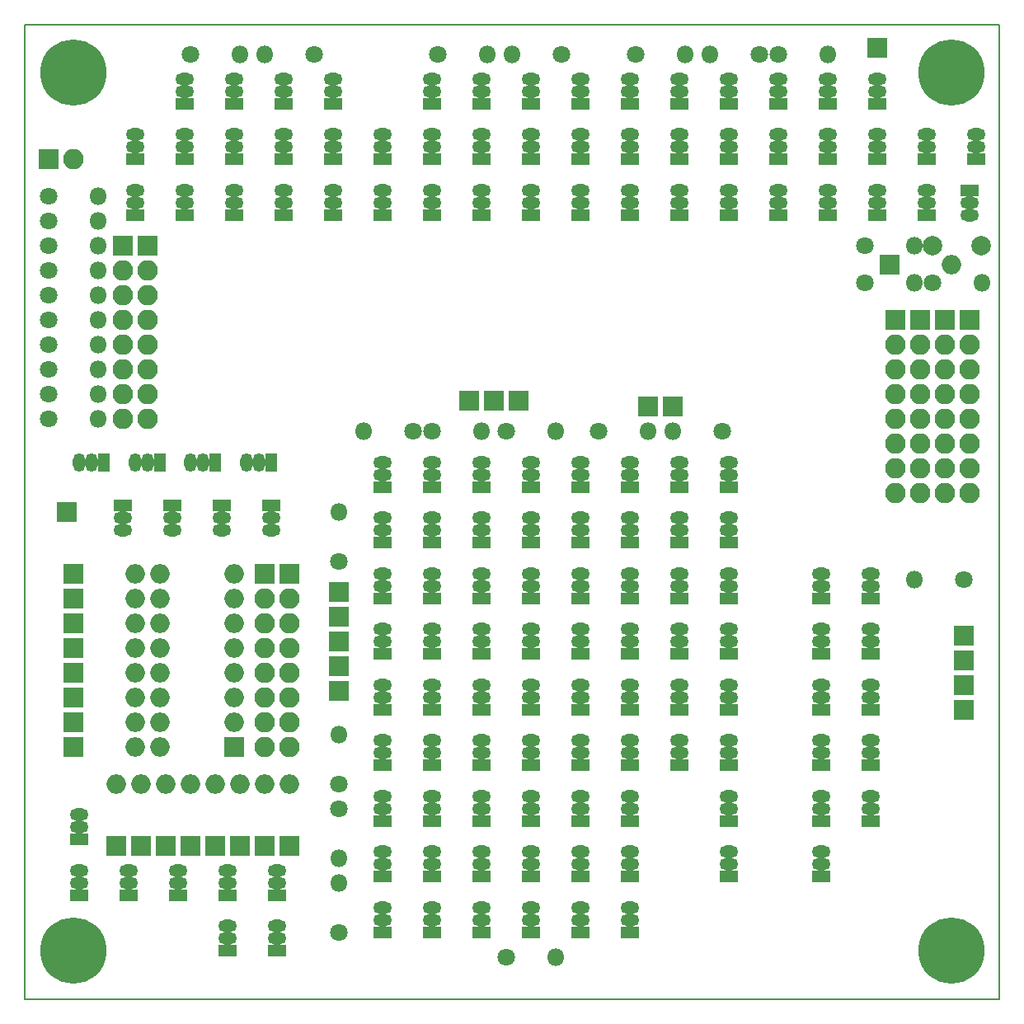
<source format=gbr>
%TF.GenerationSoftware,KiCad,Pcbnew,4.0.7-e2-6376~61~ubuntu18.04.1*%
%TF.CreationDate,2021-08-08T20:36:29+02:00*%
%TF.ProjectId,core,636F72652E6B696361645F7063620000,rev?*%
%TF.FileFunction,Soldermask,Top*%
%FSLAX46Y46*%
G04 Gerber Fmt 4.6, Leading zero omitted, Abs format (unit mm)*
G04 Created by KiCad (PCBNEW 4.0.7-e2-6376~61~ubuntu18.04.1) date Sun Aug  8 20:36:29 2021*
%MOMM*%
%LPD*%
G01*
G04 APERTURE LIST*
%ADD10C,0.150000*%
%ADD11O,1.900000X1.300000*%
%ADD12R,1.900000X1.300000*%
%ADD13R,2.100000X2.100000*%
%ADD14O,2.100000X2.100000*%
%ADD15C,6.800000*%
%ADD16C,2.000000*%
%ADD17R,2.000000X2.000000*%
%ADD18O,2.000000X2.000000*%
%ADD19O,1.300000X1.900000*%
%ADD20R,1.300000X1.900000*%
%ADD21C,1.800000*%
%ADD22O,1.800000X1.800000*%
G04 APERTURE END LIST*
D10*
X41440000Y-15405000D02*
X41440000Y-115405000D01*
X41440000Y-115405000D02*
X141440000Y-115405000D01*
X141440000Y-15405000D02*
X141440000Y-115405000D01*
X41440000Y-15405000D02*
X141440000Y-15405000D01*
D11*
X78105000Y-84455000D03*
X78105000Y-83185000D03*
D12*
X78105000Y-85725000D03*
D13*
X130810000Y-45720000D03*
D14*
X130810000Y-48260000D03*
X130810000Y-50800000D03*
X130810000Y-53340000D03*
X130810000Y-55880000D03*
X130810000Y-58420000D03*
X130810000Y-60960000D03*
X130810000Y-63500000D03*
D11*
X118745000Y-27940000D03*
X118745000Y-26670000D03*
D12*
X118745000Y-29210000D03*
D15*
X46355000Y-110490000D03*
X136525000Y-110490000D03*
X136525000Y-20320000D03*
D16*
X139620000Y-38100000D03*
X134620000Y-38100000D03*
D17*
X130175000Y-40005000D03*
D18*
X136525000Y-40005000D03*
D17*
X46355000Y-71755000D03*
D18*
X52705000Y-71755000D03*
D17*
X50800000Y-99695000D03*
D18*
X50800000Y-93345000D03*
D17*
X46355000Y-74295000D03*
D18*
X52705000Y-74295000D03*
D17*
X46355000Y-76835000D03*
D18*
X52705000Y-76835000D03*
D17*
X46355000Y-79375000D03*
D18*
X52705000Y-79375000D03*
D17*
X46355000Y-81915000D03*
D18*
X52705000Y-81915000D03*
D17*
X46355000Y-84455000D03*
D18*
X52705000Y-84455000D03*
D17*
X46355000Y-86995000D03*
D18*
X52705000Y-86995000D03*
D17*
X46355000Y-89535000D03*
D18*
X52705000Y-89535000D03*
D17*
X53340000Y-99695000D03*
D18*
X53340000Y-93345000D03*
D17*
X55880000Y-99695000D03*
D18*
X55880000Y-93345000D03*
D17*
X58420000Y-99695000D03*
D18*
X58420000Y-93345000D03*
D17*
X60960000Y-99695000D03*
D18*
X60960000Y-93345000D03*
D17*
X63500000Y-99695000D03*
D18*
X63500000Y-93345000D03*
D17*
X66040000Y-99695000D03*
D18*
X66040000Y-93345000D03*
D17*
X68580000Y-99695000D03*
D18*
X68580000Y-93345000D03*
D13*
X43815000Y-29210000D03*
D14*
X46355000Y-29210000D03*
D13*
X105410000Y-54610000D03*
X107950000Y-54610000D03*
X66040000Y-71755000D03*
D14*
X66040000Y-74295000D03*
X66040000Y-76835000D03*
X66040000Y-79375000D03*
X66040000Y-81915000D03*
X66040000Y-84455000D03*
X66040000Y-86995000D03*
X66040000Y-89535000D03*
D13*
X128905000Y-17780000D03*
X45720000Y-65405000D03*
X135890000Y-45720000D03*
D14*
X135890000Y-48260000D03*
X135890000Y-50800000D03*
X135890000Y-53340000D03*
X135890000Y-55880000D03*
X135890000Y-58420000D03*
X135890000Y-60960000D03*
X135890000Y-63500000D03*
D13*
X133350000Y-45720000D03*
D14*
X133350000Y-48260000D03*
X133350000Y-50800000D03*
X133350000Y-53340000D03*
X133350000Y-55880000D03*
X133350000Y-58420000D03*
X133350000Y-60960000D03*
X133350000Y-63500000D03*
D13*
X138430000Y-45720000D03*
D14*
X138430000Y-48260000D03*
X138430000Y-50800000D03*
X138430000Y-53340000D03*
X138430000Y-55880000D03*
X138430000Y-58420000D03*
X138430000Y-60960000D03*
X138430000Y-63500000D03*
D13*
X53975000Y-38100000D03*
D14*
X53975000Y-40640000D03*
X53975000Y-43180000D03*
X53975000Y-45720000D03*
X53975000Y-48260000D03*
X53975000Y-50800000D03*
X53975000Y-53340000D03*
X53975000Y-55880000D03*
D13*
X137795000Y-78105000D03*
X51435000Y-38100000D03*
D14*
X51435000Y-40640000D03*
X51435000Y-43180000D03*
X51435000Y-45720000D03*
X51435000Y-48260000D03*
X51435000Y-50800000D03*
X51435000Y-53340000D03*
X51435000Y-55880000D03*
D13*
X137795000Y-83185000D03*
X137795000Y-80645000D03*
X137795000Y-85725000D03*
X89535000Y-53975000D03*
X86995000Y-53975000D03*
X92075000Y-53975000D03*
X73660000Y-83820000D03*
X73660000Y-81280000D03*
X73660000Y-78740000D03*
X73660000Y-76200000D03*
X73660000Y-73660000D03*
D11*
X139065000Y-27940000D03*
X139065000Y-26670000D03*
D12*
X139065000Y-29210000D03*
D11*
X133985000Y-27940000D03*
X133985000Y-26670000D03*
D12*
X133985000Y-29210000D03*
D19*
X65405000Y-60325000D03*
X64135000Y-60325000D03*
D20*
X66675000Y-60325000D03*
D19*
X59690000Y-60325000D03*
X58420000Y-60325000D03*
D20*
X60960000Y-60325000D03*
D19*
X53975000Y-60325000D03*
X52705000Y-60325000D03*
D20*
X55245000Y-60325000D03*
D11*
X138430000Y-33655000D03*
X138430000Y-34925000D03*
D12*
X138430000Y-32385000D03*
D19*
X48260000Y-60325000D03*
X46990000Y-60325000D03*
D20*
X49530000Y-60325000D03*
D11*
X133985000Y-33655000D03*
X133985000Y-32385000D03*
D12*
X133985000Y-34925000D03*
D11*
X62865000Y-33655000D03*
X62865000Y-32385000D03*
D12*
X62865000Y-34925000D03*
D11*
X57785000Y-33655000D03*
X57785000Y-32385000D03*
D12*
X57785000Y-34925000D03*
D11*
X52705000Y-27940000D03*
X52705000Y-26670000D03*
D12*
X52705000Y-29210000D03*
D11*
X52705000Y-33655000D03*
X52705000Y-32385000D03*
D12*
X52705000Y-34925000D03*
D11*
X57785000Y-22225000D03*
X57785000Y-20955000D03*
D12*
X57785000Y-23495000D03*
D11*
X57785000Y-27940000D03*
X57785000Y-26670000D03*
D12*
X57785000Y-29210000D03*
D11*
X62865000Y-27940000D03*
X62865000Y-26670000D03*
D12*
X62865000Y-29210000D03*
D11*
X62865000Y-22225000D03*
X62865000Y-20955000D03*
D12*
X62865000Y-23495000D03*
D11*
X67945000Y-27940000D03*
X67945000Y-26670000D03*
D12*
X67945000Y-29210000D03*
D11*
X67945000Y-22225000D03*
X67945000Y-20955000D03*
D12*
X67945000Y-23495000D03*
D11*
X67945000Y-33655000D03*
X67945000Y-32385000D03*
D12*
X67945000Y-34925000D03*
D11*
X73025000Y-33655000D03*
X73025000Y-32385000D03*
D12*
X73025000Y-34925000D03*
D11*
X78105000Y-27940000D03*
X78105000Y-26670000D03*
D12*
X78105000Y-29210000D03*
D11*
X78105000Y-33655000D03*
X78105000Y-32385000D03*
D12*
X78105000Y-34925000D03*
D11*
X73025000Y-22225000D03*
X73025000Y-20955000D03*
D12*
X73025000Y-23495000D03*
D11*
X73025000Y-27940000D03*
X73025000Y-26670000D03*
D12*
X73025000Y-29210000D03*
D11*
X83185000Y-33655000D03*
X83185000Y-32385000D03*
D12*
X83185000Y-34925000D03*
D11*
X88265000Y-33655000D03*
X88265000Y-32385000D03*
D12*
X88265000Y-34925000D03*
D11*
X83185000Y-22225000D03*
X83185000Y-20955000D03*
D12*
X83185000Y-23495000D03*
D11*
X83185000Y-27940000D03*
X83185000Y-26670000D03*
D12*
X83185000Y-29210000D03*
D11*
X88265000Y-27940000D03*
X88265000Y-26670000D03*
D12*
X88265000Y-29210000D03*
D11*
X88265000Y-22225000D03*
X88265000Y-20955000D03*
D12*
X88265000Y-23495000D03*
D11*
X93345000Y-27940000D03*
X93345000Y-26670000D03*
D12*
X93345000Y-29210000D03*
D11*
X93345000Y-22225000D03*
X93345000Y-20955000D03*
D12*
X93345000Y-23495000D03*
D11*
X98425000Y-33655000D03*
X98425000Y-32385000D03*
D12*
X98425000Y-34925000D03*
D11*
X93345000Y-33655000D03*
X93345000Y-32385000D03*
D12*
X93345000Y-34925000D03*
D11*
X98425000Y-22225000D03*
X98425000Y-20955000D03*
D12*
X98425000Y-23495000D03*
D11*
X98425000Y-27940000D03*
X98425000Y-26670000D03*
D12*
X98425000Y-29210000D03*
D11*
X103505000Y-33655000D03*
X103505000Y-32385000D03*
D12*
X103505000Y-34925000D03*
D11*
X108585000Y-33655000D03*
X108585000Y-32385000D03*
D12*
X108585000Y-34925000D03*
D11*
X103505000Y-22225000D03*
X103505000Y-20955000D03*
D12*
X103505000Y-23495000D03*
D11*
X103505000Y-27940000D03*
X103505000Y-26670000D03*
D12*
X103505000Y-29210000D03*
D11*
X108585000Y-27940000D03*
X108585000Y-26670000D03*
D12*
X108585000Y-29210000D03*
D11*
X108585000Y-22225000D03*
X108585000Y-20955000D03*
D12*
X108585000Y-23495000D03*
D11*
X113665000Y-27940000D03*
X113665000Y-26670000D03*
D12*
X113665000Y-29210000D03*
D11*
X113665000Y-22225000D03*
X113665000Y-20955000D03*
D12*
X113665000Y-23495000D03*
D11*
X118745000Y-33655000D03*
X118745000Y-32385000D03*
D12*
X118745000Y-34925000D03*
D11*
X113665000Y-33655000D03*
X113665000Y-32385000D03*
D12*
X113665000Y-34925000D03*
D11*
X118745000Y-22225000D03*
X118745000Y-20955000D03*
D12*
X118745000Y-23495000D03*
D11*
X123825000Y-22225000D03*
X123825000Y-20955000D03*
D12*
X123825000Y-23495000D03*
D11*
X123825000Y-27940000D03*
X123825000Y-26670000D03*
D12*
X123825000Y-29210000D03*
D11*
X123825000Y-33655000D03*
X123825000Y-32385000D03*
D12*
X123825000Y-34925000D03*
D11*
X128905000Y-33655000D03*
X128905000Y-32385000D03*
D12*
X128905000Y-34925000D03*
D11*
X128905000Y-22225000D03*
X128905000Y-20955000D03*
D12*
X128905000Y-23495000D03*
D11*
X128905000Y-27940000D03*
X128905000Y-26670000D03*
D12*
X128905000Y-29210000D03*
D11*
X128270000Y-95885000D03*
X128270000Y-94615000D03*
D12*
X128270000Y-97155000D03*
D11*
X123190000Y-95885000D03*
X123190000Y-94615000D03*
D12*
X123190000Y-97155000D03*
D11*
X128270000Y-73025000D03*
X128270000Y-71755000D03*
D12*
X128270000Y-74295000D03*
D11*
X128270000Y-90170000D03*
X128270000Y-88900000D03*
D12*
X128270000Y-91440000D03*
D11*
X123190000Y-90170000D03*
X123190000Y-88900000D03*
D12*
X123190000Y-91440000D03*
D11*
X123190000Y-101600000D03*
X123190000Y-100330000D03*
D12*
X123190000Y-102870000D03*
D11*
X128270000Y-78740000D03*
X128270000Y-77470000D03*
D12*
X128270000Y-80010000D03*
D11*
X128270000Y-84455000D03*
X128270000Y-83185000D03*
D12*
X128270000Y-85725000D03*
D11*
X123190000Y-73025000D03*
X123190000Y-71755000D03*
D12*
X123190000Y-74295000D03*
D11*
X123190000Y-78740000D03*
X123190000Y-77470000D03*
D12*
X123190000Y-80010000D03*
D11*
X123190000Y-84455000D03*
X123190000Y-83185000D03*
D12*
X123190000Y-85725000D03*
D11*
X78105000Y-95885000D03*
X78105000Y-94615000D03*
D12*
X78105000Y-97155000D03*
D11*
X88265000Y-67310000D03*
X88265000Y-66040000D03*
D12*
X88265000Y-68580000D03*
D11*
X78105000Y-90170000D03*
X78105000Y-88900000D03*
D12*
X78105000Y-91440000D03*
D11*
X83185000Y-95885000D03*
X83185000Y-94615000D03*
D12*
X83185000Y-97155000D03*
D11*
X78105000Y-101600000D03*
X78105000Y-100330000D03*
D12*
X78105000Y-102870000D03*
D11*
X88265000Y-73025000D03*
X88265000Y-71755000D03*
D12*
X88265000Y-74295000D03*
D11*
X83185000Y-90170000D03*
X83185000Y-88900000D03*
D12*
X83185000Y-91440000D03*
D11*
X88265000Y-78740000D03*
X88265000Y-77470000D03*
D12*
X88265000Y-80010000D03*
D11*
X78105000Y-78740000D03*
X78105000Y-77470000D03*
D12*
X78105000Y-80010000D03*
D11*
X83185000Y-84455000D03*
X83185000Y-83185000D03*
D12*
X83185000Y-85725000D03*
D11*
X83185000Y-101600000D03*
X83185000Y-100330000D03*
D12*
X83185000Y-102870000D03*
D11*
X83185000Y-107315000D03*
X83185000Y-106045000D03*
D12*
X83185000Y-108585000D03*
D11*
X88265000Y-84455000D03*
X88265000Y-83185000D03*
D12*
X88265000Y-85725000D03*
D11*
X78105000Y-73025000D03*
X78105000Y-71755000D03*
D12*
X78105000Y-74295000D03*
D11*
X83185000Y-78740000D03*
X83185000Y-77470000D03*
D12*
X83185000Y-80010000D03*
D11*
X83185000Y-67310000D03*
X83185000Y-66040000D03*
D12*
X83185000Y-68580000D03*
D11*
X83185000Y-61595000D03*
X83185000Y-60325000D03*
D12*
X83185000Y-62865000D03*
D11*
X88265000Y-101600000D03*
X88265000Y-100330000D03*
D12*
X88265000Y-102870000D03*
D11*
X88265000Y-107315000D03*
X88265000Y-106045000D03*
D12*
X88265000Y-108585000D03*
D11*
X78105000Y-67310000D03*
X78105000Y-66040000D03*
D12*
X78105000Y-68580000D03*
D11*
X83185000Y-73025000D03*
X83185000Y-71755000D03*
D12*
X83185000Y-74295000D03*
D11*
X88265000Y-90170000D03*
X88265000Y-88900000D03*
D12*
X88265000Y-91440000D03*
D11*
X88265000Y-95885000D03*
X88265000Y-94615000D03*
D12*
X88265000Y-97155000D03*
D11*
X78105000Y-61595000D03*
X78105000Y-60325000D03*
D12*
X78105000Y-62865000D03*
D11*
X78105000Y-107315000D03*
X78105000Y-106045000D03*
D12*
X78105000Y-108585000D03*
D11*
X88265000Y-61595000D03*
X88265000Y-60325000D03*
D12*
X88265000Y-62865000D03*
D11*
X98425000Y-90170000D03*
X98425000Y-88900000D03*
D12*
X98425000Y-91440000D03*
D11*
X98425000Y-101600000D03*
X98425000Y-100330000D03*
D12*
X98425000Y-102870000D03*
D11*
X98425000Y-107315000D03*
X98425000Y-106045000D03*
D12*
X98425000Y-108585000D03*
D11*
X103505000Y-101600000D03*
X103505000Y-100330000D03*
D12*
X103505000Y-102870000D03*
D11*
X103505000Y-107315000D03*
X103505000Y-106045000D03*
D12*
X103505000Y-108585000D03*
D11*
X98425000Y-78740000D03*
X98425000Y-77470000D03*
D12*
X98425000Y-80010000D03*
D11*
X98425000Y-84455000D03*
X98425000Y-83185000D03*
D12*
X98425000Y-85725000D03*
D11*
X98425000Y-95885000D03*
X98425000Y-94615000D03*
D12*
X98425000Y-97155000D03*
D11*
X98425000Y-73025000D03*
X98425000Y-71755000D03*
D12*
X98425000Y-74295000D03*
D11*
X93345000Y-101600000D03*
X93345000Y-100330000D03*
D12*
X93345000Y-102870000D03*
D11*
X93345000Y-107315000D03*
X93345000Y-106045000D03*
D12*
X93345000Y-108585000D03*
D11*
X93345000Y-84455000D03*
X93345000Y-83185000D03*
D12*
X93345000Y-85725000D03*
D11*
X98425000Y-61595000D03*
X98425000Y-60325000D03*
D12*
X98425000Y-62865000D03*
D11*
X98425000Y-67310000D03*
X98425000Y-66040000D03*
D12*
X98425000Y-68580000D03*
D11*
X93345000Y-78740000D03*
X93345000Y-77470000D03*
D12*
X93345000Y-80010000D03*
D11*
X93345000Y-95885000D03*
X93345000Y-94615000D03*
D12*
X93345000Y-97155000D03*
D11*
X93345000Y-90170000D03*
X93345000Y-88900000D03*
D12*
X93345000Y-91440000D03*
D11*
X93345000Y-73025000D03*
X93345000Y-71755000D03*
D12*
X93345000Y-74295000D03*
D11*
X93345000Y-61595000D03*
X93345000Y-60325000D03*
D12*
X93345000Y-62865000D03*
D11*
X93345000Y-67310000D03*
X93345000Y-66040000D03*
D12*
X93345000Y-68580000D03*
D11*
X103505000Y-78740000D03*
X103505000Y-77470000D03*
D12*
X103505000Y-80010000D03*
D11*
X113665000Y-90170000D03*
X113665000Y-88900000D03*
D12*
X113665000Y-91440000D03*
D11*
X103505000Y-73025000D03*
X103505000Y-71755000D03*
D12*
X103505000Y-74295000D03*
D11*
X113665000Y-101600000D03*
X113665000Y-100330000D03*
D12*
X113665000Y-102870000D03*
D11*
X103505000Y-61595000D03*
X103505000Y-60325000D03*
D12*
X103505000Y-62865000D03*
D11*
X103505000Y-67310000D03*
X103505000Y-66040000D03*
D12*
X103505000Y-68580000D03*
D11*
X103505000Y-90170000D03*
X103505000Y-88900000D03*
D12*
X103505000Y-91440000D03*
D11*
X103505000Y-95885000D03*
X103505000Y-94615000D03*
D12*
X103505000Y-97155000D03*
D11*
X113665000Y-95885000D03*
X113665000Y-94615000D03*
D12*
X113665000Y-97155000D03*
D11*
X108585000Y-73025000D03*
X108585000Y-71755000D03*
D12*
X108585000Y-74295000D03*
D11*
X108585000Y-90170000D03*
X108585000Y-88900000D03*
D12*
X108585000Y-91440000D03*
D11*
X103505000Y-84455000D03*
X103505000Y-83185000D03*
D12*
X103505000Y-85725000D03*
D11*
X113665000Y-61595000D03*
X113665000Y-60325000D03*
D12*
X113665000Y-62865000D03*
D11*
X113665000Y-73025000D03*
X113665000Y-71755000D03*
D12*
X113665000Y-74295000D03*
D11*
X108585000Y-61595000D03*
X108585000Y-60325000D03*
D12*
X108585000Y-62865000D03*
D11*
X113665000Y-67310000D03*
X113665000Y-66040000D03*
D12*
X113665000Y-68580000D03*
D11*
X108585000Y-67310000D03*
X108585000Y-66040000D03*
D12*
X108585000Y-68580000D03*
D11*
X113665000Y-78740000D03*
X113665000Y-77470000D03*
D12*
X113665000Y-80010000D03*
D11*
X113665000Y-84455000D03*
X113665000Y-83185000D03*
D12*
X113665000Y-85725000D03*
D11*
X108585000Y-78740000D03*
X108585000Y-77470000D03*
D12*
X108585000Y-80010000D03*
D11*
X108585000Y-84455000D03*
X108585000Y-83185000D03*
D12*
X108585000Y-85725000D03*
D11*
X46990000Y-97790000D03*
X46990000Y-96520000D03*
D12*
X46990000Y-99060000D03*
D11*
X51435000Y-66040000D03*
X51435000Y-67310000D03*
D12*
X51435000Y-64770000D03*
D11*
X56515000Y-66040000D03*
X56515000Y-67310000D03*
D12*
X56515000Y-64770000D03*
D11*
X61595000Y-66040000D03*
X61595000Y-67310000D03*
D12*
X61595000Y-64770000D03*
D11*
X66675000Y-66040000D03*
X66675000Y-67310000D03*
D12*
X66675000Y-64770000D03*
D11*
X46990000Y-103505000D03*
X46990000Y-102235000D03*
D12*
X46990000Y-104775000D03*
D11*
X52070000Y-103505000D03*
X52070000Y-102235000D03*
D12*
X52070000Y-104775000D03*
D11*
X57150000Y-103505000D03*
X57150000Y-102235000D03*
D12*
X57150000Y-104775000D03*
D11*
X62230000Y-103505000D03*
X62230000Y-102235000D03*
D12*
X62230000Y-104775000D03*
D11*
X62230000Y-109220000D03*
X62230000Y-107950000D03*
D12*
X62230000Y-110490000D03*
D11*
X67310000Y-109220000D03*
X67310000Y-107950000D03*
D12*
X67310000Y-110490000D03*
D11*
X67310000Y-103505000D03*
X67310000Y-102235000D03*
D12*
X67310000Y-104775000D03*
D21*
X118745000Y-18415000D03*
D22*
X123825000Y-18415000D03*
D21*
X43815000Y-33020000D03*
D22*
X48895000Y-33020000D03*
D21*
X134620000Y-41910000D03*
D22*
X139700000Y-41910000D03*
D21*
X127635000Y-38100000D03*
D22*
X132715000Y-38100000D03*
D21*
X127635000Y-41910000D03*
D22*
X132715000Y-41910000D03*
D21*
X43815000Y-35560000D03*
D22*
X48895000Y-35560000D03*
D21*
X43815000Y-38100000D03*
D22*
X48895000Y-38100000D03*
D21*
X58420000Y-18415000D03*
D22*
X63500000Y-18415000D03*
D21*
X43815000Y-48260000D03*
D22*
X48895000Y-48260000D03*
D21*
X71120000Y-18415000D03*
D22*
X66040000Y-18415000D03*
D21*
X43815000Y-40640000D03*
D22*
X48895000Y-40640000D03*
D21*
X83820000Y-18415000D03*
D22*
X88900000Y-18415000D03*
D21*
X43815000Y-50800000D03*
D22*
X48895000Y-50800000D03*
D21*
X96520000Y-18415000D03*
D22*
X91440000Y-18415000D03*
D21*
X43815000Y-43180000D03*
D22*
X48895000Y-43180000D03*
D21*
X104140000Y-18415000D03*
D22*
X109220000Y-18415000D03*
D21*
X43815000Y-53340000D03*
D22*
X48895000Y-53340000D03*
D21*
X116840000Y-18415000D03*
D22*
X111760000Y-18415000D03*
D21*
X43815000Y-45720000D03*
D22*
X48895000Y-45720000D03*
D21*
X43815000Y-55880000D03*
D22*
X48895000Y-55880000D03*
D21*
X137795000Y-72390000D03*
D22*
X132715000Y-72390000D03*
D21*
X73660000Y-93345000D03*
D22*
X73660000Y-88265000D03*
D21*
X73660000Y-108585000D03*
D22*
X73660000Y-103505000D03*
D21*
X73660000Y-95885000D03*
D22*
X73660000Y-100965000D03*
D21*
X73660000Y-70485000D03*
D22*
X73660000Y-65405000D03*
D21*
X90805000Y-111125000D03*
D22*
X95885000Y-111125000D03*
D21*
X90805000Y-57150000D03*
D22*
X95885000Y-57150000D03*
D21*
X81280000Y-57150000D03*
D22*
X76200000Y-57150000D03*
D21*
X83185000Y-57150000D03*
D22*
X88265000Y-57150000D03*
D21*
X100330000Y-57150000D03*
D22*
X105410000Y-57150000D03*
D21*
X113030000Y-57150000D03*
D22*
X107950000Y-57150000D03*
D17*
X62865000Y-89535000D03*
D18*
X55245000Y-71755000D03*
X62865000Y-86995000D03*
X55245000Y-74295000D03*
X62865000Y-84455000D03*
X55245000Y-76835000D03*
X62865000Y-81915000D03*
X55245000Y-79375000D03*
X62865000Y-79375000D03*
X55245000Y-81915000D03*
X62865000Y-76835000D03*
X55245000Y-84455000D03*
X62865000Y-74295000D03*
X55245000Y-86995000D03*
X62865000Y-71755000D03*
X55245000Y-89535000D03*
D15*
X46355000Y-20320000D03*
D13*
X68580000Y-71755000D03*
D14*
X68580000Y-74295000D03*
X68580000Y-76835000D03*
X68580000Y-79375000D03*
X68580000Y-81915000D03*
X68580000Y-84455000D03*
X68580000Y-86995000D03*
X68580000Y-89535000D03*
M02*

</source>
